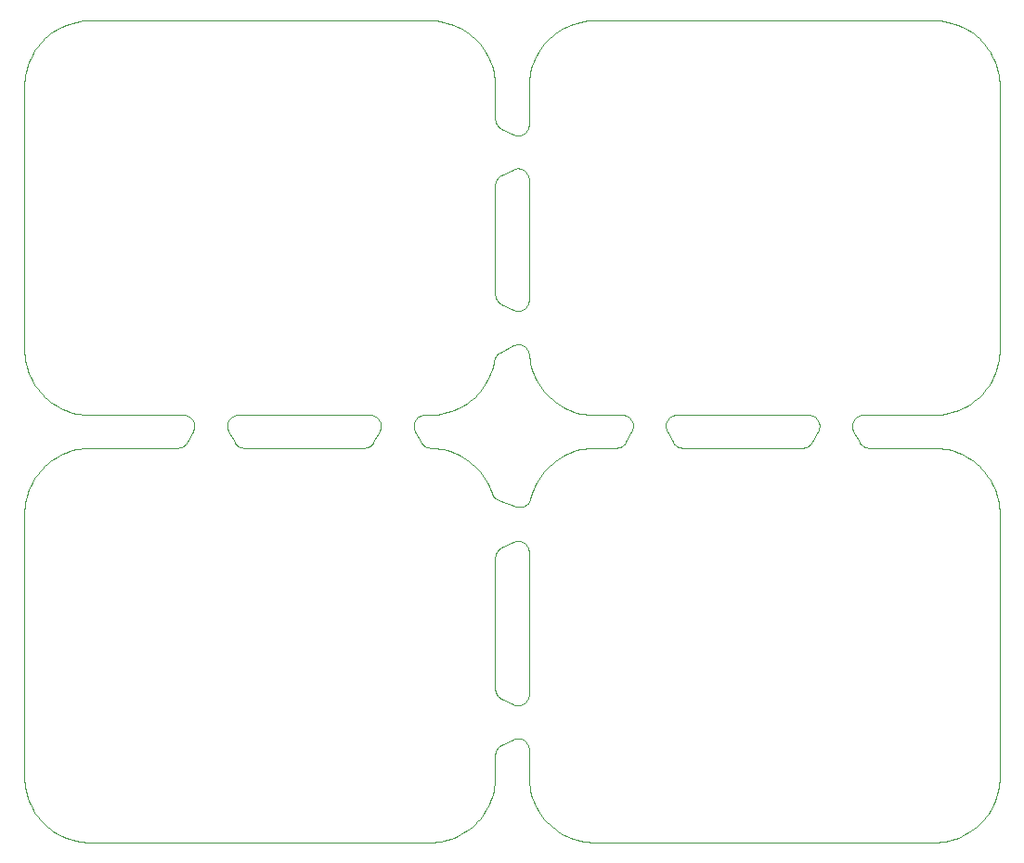
<source format=gko>
%MOIN*%
%OFA0B0*%
%FSLAX36Y36*%
%IPPOS*%
%LPD*%
%ADD10C,0*%
D10*
X001218907Y001417322D02*
X001218907Y001417322D01*
X000788966Y001417322D01*
X000786852Y001417379D01*
X000784744Y001417549D01*
X000782649Y001417832D01*
X000780571Y001418228D01*
X000778518Y001418734D01*
X000776495Y001419349D01*
X000774508Y001420073D01*
X000772563Y001420902D01*
X000770665Y001421834D01*
X000768820Y001422867D01*
X000767033Y001423997D01*
X000765309Y001425222D01*
X000763654Y001426538D01*
X000762071Y001427940D01*
X000760566Y001429426D01*
X000759143Y001430990D01*
X000757806Y001432628D01*
X000756559Y001434336D01*
X000755406Y001436108D01*
X000754349Y001437939D01*
X000733021Y001477309D01*
X000731270Y001480981D01*
X000729908Y001484814D01*
X000728949Y001488767D01*
X000728403Y001492798D01*
X000728275Y001496863D01*
X000728568Y001500920D01*
X000729278Y001504926D01*
X000730397Y001508836D01*
X000731914Y001512610D01*
X000733812Y001516208D01*
X000736071Y001519591D01*
X000738667Y001522722D01*
X000741572Y001525569D01*
X000744756Y001528101D01*
X000748184Y001530291D01*
X000751819Y001532115D01*
X000755624Y001533555D01*
X000759556Y001534594D01*
X000763575Y001535222D01*
X000767637Y001535433D01*
X001240236Y001535433D01*
X001244298Y001535222D01*
X001248317Y001534594D01*
X001252249Y001533555D01*
X001256054Y001532115D01*
X001259689Y001530291D01*
X001263117Y001528101D01*
X001266301Y001525569D01*
X001269206Y001522722D01*
X001271802Y001519591D01*
X001274061Y001516208D01*
X001275959Y001512610D01*
X001277476Y001508836D01*
X001278595Y001504926D01*
X001279305Y001500920D01*
X001279598Y001496863D01*
X001279470Y001492798D01*
X001278924Y001488767D01*
X001277965Y001484814D01*
X001276603Y001480981D01*
X001274853Y001477309D01*
X001253524Y001437939D01*
X001252467Y001436108D01*
X001251314Y001434336D01*
X001250067Y001432628D01*
X001248730Y001430990D01*
X001247307Y001429426D01*
X001245802Y001427940D01*
X001244219Y001426538D01*
X001242564Y001425222D01*
X001240840Y001423997D01*
X001239053Y001422867D01*
X001237208Y001421834D01*
X001235310Y001420902D01*
X001233365Y001420073D01*
X001231378Y001419349D01*
X001229355Y001418734D01*
X001227302Y001418228D01*
X001225224Y001417832D01*
X001223129Y001417549D01*
X001221021Y001417379D01*
X001218907Y001417322D01*
X001811023Y001948740D02*
X001811023Y001948740D01*
X001810821Y001944760D01*
X001810218Y001940820D01*
X001809220Y001936962D01*
X001807837Y001933225D01*
X001806083Y001929646D01*
X001803977Y001926263D01*
X001801539Y001923111D01*
X001798795Y001920221D01*
X001795773Y001917623D01*
X001792504Y001915344D01*
X001789021Y001913407D01*
X001785360Y001911833D01*
X001781559Y001910636D01*
X001777656Y001909830D01*
X001773691Y001909422D01*
X001769706Y001909418D01*
X001765741Y001909816D01*
X001761836Y001910613D01*
X001758032Y001911801D01*
X001754368Y001913367D01*
X001712478Y001933837D01*
X001710532Y001934856D01*
X001708645Y001935982D01*
X001706825Y001937212D01*
X001705076Y001938542D01*
X001703403Y001939966D01*
X001701813Y001941482D01*
X001700310Y001943085D01*
X001698898Y001944769D01*
X001697583Y001946528D01*
X001696368Y001948359D01*
X001695257Y001950254D01*
X001694253Y001952209D01*
X001693360Y001954216D01*
X001692580Y001956270D01*
X001691916Y001958365D01*
X001691370Y001960493D01*
X001690944Y001962648D01*
X001690638Y001964824D01*
X001690455Y001967013D01*
X001690393Y001969209D01*
X001690393Y002361498D01*
X001690455Y002363695D01*
X001690638Y002365884D01*
X001690944Y002368060D01*
X001691370Y002370215D01*
X001691916Y002372343D01*
X001692580Y002374437D01*
X001693360Y002376492D01*
X001694253Y002378499D01*
X001695257Y002380453D01*
X001696368Y002382349D01*
X001697583Y002384179D01*
X001698898Y002385939D01*
X001700310Y002387623D01*
X001701813Y002389225D01*
X001703403Y002390741D01*
X001705076Y002392166D01*
X001706825Y002393496D01*
X001708645Y002394725D01*
X001710532Y002395852D01*
X001712478Y002396871D01*
X001754368Y002417341D01*
X001758032Y002418907D01*
X001761836Y002420095D01*
X001765741Y002420892D01*
X001769706Y002421290D01*
X001773691Y002421285D01*
X001777656Y002420878D01*
X001781559Y002420072D01*
X001785360Y002418875D01*
X001789021Y002417300D01*
X001792504Y002415364D01*
X001795773Y002413085D01*
X001798795Y002410487D01*
X001801539Y002407597D01*
X001803977Y002404444D01*
X001806083Y002401061D01*
X001807837Y002397483D01*
X001809220Y002393746D01*
X001810218Y002389887D01*
X001810821Y002385948D01*
X001811023Y002381968D01*
X001811023Y001948740D01*
X001690393Y001022916D02*
X001690393Y001022916D01*
X001690455Y001025112D01*
X001690638Y001027301D01*
X001690944Y001029477D01*
X001691370Y001031632D01*
X001691916Y001033760D01*
X001692580Y001035855D01*
X001693360Y001037909D01*
X001694253Y001039916D01*
X001695257Y001041871D01*
X001696368Y001043766D01*
X001697583Y001045597D01*
X001698898Y001047356D01*
X001700310Y001049040D01*
X001701813Y001050643D01*
X001703403Y001052159D01*
X001705076Y001053583D01*
X001706825Y001054913D01*
X001708645Y001056143D01*
X001710532Y001057269D01*
X001712478Y001058288D01*
X001754368Y001078758D01*
X001758032Y001080324D01*
X001761836Y001081512D01*
X001765741Y001082309D01*
X001769706Y001082707D01*
X001773691Y001082703D01*
X001777656Y001082295D01*
X001781559Y001081489D01*
X001785360Y001080292D01*
X001789021Y001078718D01*
X001792504Y001076781D01*
X001795773Y001074502D01*
X001798795Y001071904D01*
X001801539Y001069014D01*
X001803977Y001065862D01*
X001806083Y001062479D01*
X001807837Y001058900D01*
X001809220Y001055163D01*
X001810218Y001051305D01*
X001810821Y001047365D01*
X001811023Y001043385D01*
X001811023Y000531417D01*
X001810821Y000527437D01*
X001810218Y000523497D01*
X001809220Y000519639D01*
X001807837Y000515902D01*
X001806083Y000512323D01*
X001803977Y000508941D01*
X001801539Y000505788D01*
X001798795Y000502898D01*
X001795773Y000500300D01*
X001792504Y000498021D01*
X001789021Y000496085D01*
X001785360Y000494510D01*
X001781559Y000493313D01*
X001777656Y000492507D01*
X001773691Y000492100D01*
X001769706Y000492095D01*
X001765741Y000492493D01*
X001761836Y000493290D01*
X001758032Y000494478D01*
X001754368Y000496044D01*
X001712478Y000516514D01*
X001710532Y000517533D01*
X001708645Y000518659D01*
X001706825Y000519889D01*
X001705076Y000521219D01*
X001703403Y000522644D01*
X001701813Y000524160D01*
X001700310Y000525762D01*
X001698898Y000527446D01*
X001697583Y000529206D01*
X001696368Y000531036D01*
X001695257Y000532931D01*
X001694253Y000534886D01*
X001693360Y000536893D01*
X001692580Y000538947D01*
X001691916Y000541042D01*
X001691370Y000543170D01*
X001690944Y000545325D01*
X001690638Y000547501D01*
X001690455Y000549690D01*
X001690393Y000551887D01*
X001690393Y001022916D01*
X001817257Y001234745D02*
X001817257Y001234745D01*
X001816329Y001231582D01*
X001815139Y001228508D01*
X001813696Y001225545D01*
X001812010Y001222712D01*
X001810093Y001220031D01*
X001807958Y001217519D01*
X001805621Y001215194D01*
X001803098Y001213074D01*
X001800406Y001211171D01*
X001797564Y001209501D01*
X001794593Y001208074D01*
X001791513Y001206901D01*
X001788345Y001205989D01*
X001785112Y001205346D01*
X001781837Y001204975D01*
X001778542Y001204880D01*
X001775251Y001205061D01*
X001771986Y001205516D01*
X001768771Y001206243D01*
X001765628Y001207236D01*
X001702533Y001230119D01*
X001700836Y001230779D01*
X001699172Y001231517D01*
X001697543Y001232331D01*
X001695954Y001233220D01*
X001694408Y001234181D01*
X001692908Y001235212D01*
X001691457Y001236312D01*
X001690058Y001237477D01*
X001688715Y001238706D01*
X001687430Y001239996D01*
X001686206Y001241344D01*
X001685046Y001242747D01*
X001683951Y001244202D01*
X001682926Y001245706D01*
X001681970Y001247256D01*
X001681088Y001248848D01*
X001680280Y001250480D01*
X001679548Y001252147D01*
X001678895Y001253846D01*
X001678320Y001255574D01*
X001678027Y001256527D01*
X001673616Y001268536D01*
X001668561Y001280288D01*
X001662876Y001291750D01*
X001656580Y001302887D01*
X001649690Y001313666D01*
X001642226Y001324057D01*
X001634211Y001334028D01*
X001625668Y001343551D01*
X001616621Y001352597D01*
X001607098Y001361140D01*
X001597127Y001369155D01*
X001586736Y001376619D01*
X001575957Y001383509D01*
X001564820Y001389806D01*
X001553359Y001395490D01*
X001541607Y001400546D01*
X001529598Y001404957D01*
X001517368Y001408712D01*
X001504953Y001411800D01*
X001492389Y001414211D01*
X001479712Y001415938D01*
X001466961Y001416976D01*
X001458221Y001417213D01*
X001456199Y001417320D01*
X001454185Y001417530D01*
X001452185Y001417844D01*
X001450204Y001418260D01*
X001448246Y001418778D01*
X001446318Y001419395D01*
X001444424Y001420111D01*
X001442570Y001420923D01*
X001440759Y001421830D01*
X001438998Y001422828D01*
X001437290Y001423916D01*
X001435641Y001425090D01*
X001434054Y001426347D01*
X001432533Y001427684D01*
X001431084Y001429097D01*
X001429709Y001430584D01*
X001428412Y001432139D01*
X001427197Y001433758D01*
X001426067Y001435438D01*
X001425024Y001437174D01*
X001402667Y001476668D01*
X001400834Y001480340D01*
X001399394Y001484183D01*
X001398361Y001488155D01*
X001397747Y001492213D01*
X001397559Y001496313D01*
X001397799Y001500410D01*
X001398465Y001504460D01*
X001399548Y001508419D01*
X001401037Y001512243D01*
X001402917Y001515892D01*
X001405166Y001519325D01*
X001407761Y001522505D01*
X001410672Y001525398D01*
X001413869Y001527972D01*
X001417316Y001530200D01*
X001420976Y001532056D01*
X001424810Y001533521D01*
X001428776Y001534579D01*
X001432830Y001535219D01*
X001436929Y001535433D01*
X001456692Y001535433D01*
X001469390Y001535924D01*
X001482043Y001537083D01*
X001494616Y001538921D01*
X001507072Y001541432D01*
X001519375Y001544610D01*
X001531489Y001548444D01*
X001543379Y001552925D01*
X001555012Y001558038D01*
X001566352Y001563769D01*
X001577368Y001570102D01*
X001588028Y001577018D01*
X001598300Y001584497D01*
X001608155Y001592518D01*
X001617565Y001601057D01*
X001626502Y001610090D01*
X001634940Y001619590D01*
X001642855Y001629530D01*
X001650224Y001639881D01*
X001657026Y001650614D01*
X001663241Y001661697D01*
X001668851Y001673098D01*
X001673840Y001684784D01*
X001678194Y001696722D01*
X001681899Y001708876D01*
X001684945Y001721212D01*
X001687147Y001732772D01*
X001687521Y001734517D01*
X001687973Y001736243D01*
X001688503Y001737946D01*
X001689110Y001739624D01*
X001689792Y001741273D01*
X001690548Y001742889D01*
X001691377Y001744470D01*
X001692276Y001746011D01*
X001693244Y001747510D01*
X001694279Y001748963D01*
X001695379Y001750368D01*
X001696542Y001751722D01*
X001697764Y001753021D01*
X001699044Y001754264D01*
X001700380Y001755448D01*
X001701767Y001756570D01*
X001703204Y001757628D01*
X001704687Y001758620D01*
X001706214Y001759543D01*
X001707781Y001760396D01*
X001754588Y001784527D01*
X001758109Y001786129D01*
X001761769Y001787377D01*
X001765535Y001788260D01*
X001769369Y001788769D01*
X001773234Y001788899D01*
X001777094Y001788650D01*
X001780910Y001788023D01*
X001784647Y001787025D01*
X001788267Y001785665D01*
X001791737Y001783956D01*
X001795022Y001781915D01*
X001798091Y001779561D01*
X001800915Y001776918D01*
X001803465Y001774011D01*
X001805718Y001770867D01*
X001807651Y001767517D01*
X001809247Y001763994D01*
X001810489Y001760332D01*
X001811366Y001756565D01*
X001811869Y001752730D01*
X001812408Y001746113D01*
X001814135Y001733437D01*
X001816546Y001720873D01*
X001819633Y001708457D01*
X001823388Y001696228D01*
X001827800Y001684219D01*
X001832855Y001672467D01*
X001838540Y001661005D01*
X001844836Y001649869D01*
X001851726Y001639089D01*
X001859190Y001628699D01*
X001867205Y001618727D01*
X001875748Y001609205D01*
X001884795Y001600158D01*
X001894318Y001591615D01*
X001904289Y001583600D01*
X001914679Y001576136D01*
X001925459Y001569246D01*
X001936596Y001562949D01*
X001948057Y001557265D01*
X001959809Y001552210D01*
X001971818Y001547798D01*
X001984048Y001544043D01*
X001996463Y001540955D01*
X002009027Y001538545D01*
X002021703Y001536818D01*
X002034455Y001535779D01*
X002047244Y001535433D01*
X002145748Y001535433D01*
X002149810Y001535222D01*
X002153829Y001534594D01*
X002157761Y001533555D01*
X002161565Y001532115D01*
X002165201Y001530291D01*
X002168629Y001528101D01*
X002171812Y001525569D01*
X002174718Y001522722D01*
X002177314Y001519591D01*
X002179573Y001516208D01*
X002181471Y001512610D01*
X002182988Y001508836D01*
X002184107Y001504926D01*
X002184817Y001500920D01*
X002185109Y001496863D01*
X002184982Y001492798D01*
X002184436Y001488767D01*
X002183477Y001484814D01*
X002182115Y001480981D01*
X002180364Y001477309D01*
X002159036Y001437939D01*
X002157979Y001436108D01*
X002156826Y001434336D01*
X002155579Y001432628D01*
X002154242Y001430990D01*
X002152819Y001429426D01*
X002151314Y001427940D01*
X002149731Y001426538D01*
X002148076Y001425222D01*
X002146352Y001423997D01*
X002144565Y001422867D01*
X002142720Y001421834D01*
X002140822Y001420902D01*
X002138877Y001420073D01*
X002136890Y001419349D01*
X002134867Y001418734D01*
X002132814Y001418228D01*
X002130736Y001417832D01*
X002128641Y001417549D01*
X002126533Y001417379D01*
X002124419Y001417322D01*
X002047244Y001417322D01*
X002034455Y001416976D01*
X002021703Y001415938D01*
X002009027Y001414211D01*
X001996463Y001411800D01*
X001984048Y001408712D01*
X001971818Y001404957D01*
X001959809Y001400546D01*
X001948057Y001395490D01*
X001936596Y001389806D01*
X001925459Y001383509D01*
X001914679Y001376619D01*
X001904289Y001369155D01*
X001894318Y001361140D01*
X001884795Y001352597D01*
X001875748Y001343551D01*
X001867205Y001334028D01*
X001859190Y001324057D01*
X001851726Y001313666D01*
X001844836Y001302887D01*
X001838540Y001291750D01*
X001832855Y001280288D01*
X001827800Y001268536D01*
X001823388Y001256527D01*
X001819633Y001244298D01*
X001817257Y001234745D01*
X002815039Y001535433D02*
X002815039Y001535433D01*
X002819101Y001535222D01*
X002823120Y001534594D01*
X002827052Y001533555D01*
X002830857Y001532115D01*
X002834492Y001530291D01*
X002837920Y001528101D01*
X002841104Y001525569D01*
X002844009Y001522722D01*
X002846605Y001519591D01*
X002848864Y001516208D01*
X002850762Y001512610D01*
X002852279Y001508836D01*
X002853398Y001504926D01*
X002854108Y001500920D01*
X002854401Y001496863D01*
X002854273Y001492798D01*
X002853727Y001488767D01*
X002852768Y001484814D01*
X002851406Y001480981D01*
X002849656Y001477309D01*
X002828327Y001437939D01*
X002827271Y001436108D01*
X002826117Y001434336D01*
X002824870Y001432628D01*
X002823533Y001430990D01*
X002822110Y001429426D01*
X002820605Y001427940D01*
X002819023Y001426538D01*
X002817367Y001425222D01*
X002815643Y001423997D01*
X002813856Y001422867D01*
X002812011Y001421834D01*
X002810113Y001420902D01*
X002808168Y001420073D01*
X002806181Y001419349D01*
X002804158Y001418734D01*
X002802105Y001418228D01*
X002800028Y001417832D01*
X002797932Y001417549D01*
X002795824Y001417379D01*
X002793711Y001417322D01*
X002363769Y001417322D01*
X002361655Y001417379D01*
X002359547Y001417549D01*
X002357452Y001417832D01*
X002355374Y001418228D01*
X002353321Y001418734D01*
X002351298Y001419349D01*
X002349311Y001420073D01*
X002347366Y001420902D01*
X002345468Y001421834D01*
X002343623Y001422867D01*
X002341836Y001423997D01*
X002340112Y001425222D01*
X002338457Y001426538D01*
X002336874Y001427940D01*
X002335369Y001429426D01*
X002333946Y001430990D01*
X002332609Y001432628D01*
X002331362Y001434336D01*
X002330209Y001436108D01*
X002329152Y001437939D01*
X002307824Y001477309D01*
X002306073Y001480981D01*
X002304711Y001484814D01*
X002303752Y001488767D01*
X002303206Y001492798D01*
X002303078Y001496863D01*
X002303371Y001500920D01*
X002304081Y001504926D01*
X002305200Y001508836D01*
X002306717Y001512610D01*
X002308615Y001516208D01*
X002310874Y001519591D01*
X002313470Y001522722D01*
X002316376Y001525569D01*
X002319559Y001528101D01*
X002322987Y001530291D01*
X002326622Y001532115D01*
X002330427Y001533555D01*
X002334359Y001534594D01*
X002338378Y001535222D01*
X002342440Y001535433D01*
X002815039Y001535433D01*
X000570944Y001535433D02*
X000570944Y001535433D01*
X000575007Y001535222D01*
X000579025Y001534594D01*
X000582958Y001533555D01*
X000586762Y001532115D01*
X000590398Y001530291D01*
X000593826Y001528101D01*
X000597009Y001525569D01*
X000599915Y001522722D01*
X000602511Y001519591D01*
X000604770Y001516208D01*
X000606668Y001512610D01*
X000608185Y001508836D01*
X000609304Y001504926D01*
X000610014Y001500920D01*
X000610306Y001496863D01*
X000610179Y001492798D01*
X000609633Y001488767D01*
X000608673Y001484814D01*
X000607311Y001480981D01*
X000605561Y001477309D01*
X000584233Y001437939D01*
X000583176Y001436108D01*
X000582023Y001434336D01*
X000580775Y001432628D01*
X000579438Y001430990D01*
X000578015Y001429426D01*
X000576511Y001427940D01*
X000574928Y001426538D01*
X000573273Y001425222D01*
X000571549Y001423997D01*
X000569762Y001422867D01*
X000567917Y001421834D01*
X000566019Y001420902D01*
X000564073Y001420073D01*
X000562086Y001419349D01*
X000560063Y001418734D01*
X000558010Y001418228D01*
X000555933Y001417832D01*
X000553838Y001417549D01*
X000551730Y001417379D01*
X000549616Y001417322D01*
X000236220Y001417322D01*
X000223431Y001416976D01*
X000210680Y001415938D01*
X000198003Y001414211D01*
X000185439Y001411800D01*
X000173024Y001408712D01*
X000160794Y001404957D01*
X000148786Y001400546D01*
X000137033Y001395490D01*
X000125572Y001389806D01*
X000114435Y001383509D01*
X000103656Y001376619D01*
X000093265Y001369155D01*
X000083294Y001361140D01*
X000073771Y001352597D01*
X000064725Y001343551D01*
X000056181Y001334028D01*
X000048166Y001324057D01*
X000040703Y001313666D01*
X000033812Y001302887D01*
X000027516Y001291750D01*
X000021832Y001280288D01*
X000016776Y001268536D01*
X000012365Y001256527D01*
X000008610Y001244298D01*
X000005522Y001231883D01*
X000003111Y001219318D01*
X000001384Y001206642D01*
X000000346Y001193891D01*
X000000000Y001181102D01*
X000000000Y000236220D01*
X000000346Y000223431D01*
X000001384Y000210680D01*
X000003111Y000198004D01*
X000005522Y000185440D01*
X000008610Y000173024D01*
X000012365Y000160795D01*
X000016776Y000148786D01*
X000021832Y000137034D01*
X000027516Y000125572D01*
X000033812Y000114436D01*
X000040703Y000103656D01*
X000048166Y000093266D01*
X000056181Y000083294D01*
X000064725Y000073772D01*
X000073771Y000064725D01*
X000083294Y000056182D01*
X000093265Y000048167D01*
X000103656Y000040703D01*
X000114435Y000033813D01*
X000125572Y000027516D01*
X000137033Y000021832D01*
X000148786Y000016777D01*
X000160794Y000012365D01*
X000173024Y000008610D01*
X000185439Y000005522D01*
X000198003Y000003112D01*
X000210680Y000001385D01*
X000223431Y000000346D01*
X000236220Y000000000D01*
X001456692Y000000000D01*
X001469390Y000000490D01*
X001482043Y000001649D01*
X001494616Y000003488D01*
X001507072Y000005999D01*
X001519375Y000009177D01*
X001531489Y000013011D01*
X001543379Y000017492D01*
X001555012Y000022605D01*
X001566352Y000028336D01*
X001577368Y000034669D01*
X001588028Y000041585D01*
X001598300Y000049064D01*
X001608155Y000057085D01*
X001617565Y000065624D01*
X001626502Y000074657D01*
X001634940Y000084157D01*
X001642855Y000094097D01*
X001650224Y000104448D01*
X001657026Y000115181D01*
X001663241Y000126264D01*
X001668851Y000137665D01*
X001673840Y000149351D01*
X001678194Y000161289D01*
X001681899Y000173443D01*
X001684945Y000185779D01*
X001687323Y000198261D01*
X001689027Y000210853D01*
X001690051Y000223518D01*
X001690393Y000236220D01*
X001690393Y000314254D01*
X001690455Y000316450D01*
X001690638Y000318640D01*
X001690944Y000320816D01*
X001691370Y000322971D01*
X001691916Y000325099D01*
X001692580Y000327193D01*
X001693360Y000329247D01*
X001694253Y000331255D01*
X001695257Y000333209D01*
X001696368Y000335105D01*
X001697583Y000336935D01*
X001698898Y000338695D01*
X001700310Y000340379D01*
X001701813Y000341981D01*
X001703403Y000343497D01*
X001705076Y000344922D01*
X001706825Y000346251D01*
X001708645Y000347481D01*
X001710532Y000348608D01*
X001712478Y000349627D01*
X001754368Y000370097D01*
X001758032Y000371663D01*
X001761836Y000372851D01*
X001765741Y000373648D01*
X001769706Y000374046D01*
X001773691Y000374041D01*
X001777656Y000373634D01*
X001781559Y000372828D01*
X001785360Y000371631D01*
X001789021Y000370056D01*
X001792504Y000368119D01*
X001795773Y000365841D01*
X001798795Y000363243D01*
X001801539Y000360353D01*
X001803977Y000357200D01*
X001806083Y000353817D01*
X001807837Y000350239D01*
X001809220Y000346501D01*
X001810218Y000342643D01*
X001810821Y000338704D01*
X001811023Y000334724D01*
X001811023Y000236220D01*
X001811369Y000223431D01*
X001812408Y000210680D01*
X001814135Y000198004D01*
X001816546Y000185440D01*
X001819633Y000173024D01*
X001823388Y000160795D01*
X001827800Y000148786D01*
X001832855Y000137034D01*
X001838540Y000125572D01*
X001844836Y000114436D01*
X001851726Y000103656D01*
X001859190Y000093266D01*
X001867205Y000083294D01*
X001875748Y000073772D01*
X001884795Y000064725D01*
X001894318Y000056182D01*
X001904289Y000048167D01*
X001914679Y000040703D01*
X001925459Y000033813D01*
X001936596Y000027516D01*
X001948057Y000021832D01*
X001959809Y000016777D01*
X001971818Y000012365D01*
X001984048Y000008610D01*
X001996463Y000005522D01*
X002009027Y000003112D01*
X002021703Y000001385D01*
X002034455Y000000346D01*
X002047244Y000000000D01*
X003267716Y000000000D01*
X003280413Y000000490D01*
X003293067Y000001649D01*
X003305640Y000003488D01*
X003318096Y000005999D01*
X003330398Y000009177D01*
X003342512Y000013011D01*
X003354403Y000017492D01*
X003366035Y000022605D01*
X003377376Y000028336D01*
X003388392Y000034669D01*
X003399051Y000041585D01*
X003409324Y000049064D01*
X003419179Y000057085D01*
X003428588Y000065624D01*
X003437525Y000074657D01*
X003445964Y000084157D01*
X003453879Y000094097D01*
X003461248Y000104448D01*
X003468050Y000115181D01*
X003474265Y000126264D01*
X003479875Y000137665D01*
X003484864Y000149351D01*
X003489217Y000161289D01*
X003492922Y000173443D01*
X003495968Y000185779D01*
X003498347Y000198261D01*
X003500051Y000210853D01*
X003501075Y000223518D01*
X003501417Y000236220D01*
X003501417Y001181102D01*
X003501070Y001193891D01*
X003500032Y001206642D01*
X003498305Y001219318D01*
X003495894Y001231883D01*
X003492806Y001244298D01*
X003489051Y001256527D01*
X003484640Y001268536D01*
X003479584Y001280288D01*
X003473900Y001291750D01*
X003467603Y001302887D01*
X003460713Y001313666D01*
X003453250Y001324057D01*
X003445234Y001334028D01*
X003436691Y001343551D01*
X003427645Y001352597D01*
X003418122Y001361140D01*
X003408151Y001369155D01*
X003397760Y001376619D01*
X003386981Y001383509D01*
X003375844Y001389806D01*
X003364383Y001395490D01*
X003352630Y001400546D01*
X003340622Y001404957D01*
X003328392Y001408712D01*
X003315977Y001411800D01*
X003303412Y001414211D01*
X003290736Y001415938D01*
X003277985Y001416976D01*
X003265196Y001417322D01*
X003033060Y001417322D01*
X003030946Y001417379D01*
X003028839Y001417549D01*
X003026743Y001417832D01*
X003024666Y001418228D01*
X003022613Y001418734D01*
X003020590Y001419349D01*
X003018603Y001420073D01*
X003016658Y001420902D01*
X003014760Y001421834D01*
X003012914Y001422867D01*
X003011127Y001423997D01*
X003009404Y001425222D01*
X003007748Y001426538D01*
X003006166Y001427940D01*
X003004661Y001429426D01*
X003003238Y001430990D01*
X003001901Y001432628D01*
X003000654Y001434336D01*
X002999500Y001436108D01*
X002998443Y001437939D01*
X002977115Y001477309D01*
X002975365Y001480981D01*
X002974003Y001484814D01*
X002973044Y001488767D01*
X002972497Y001492798D01*
X002972370Y001496863D01*
X002972663Y001500920D01*
X002973372Y001504926D01*
X002974492Y001508836D01*
X002976008Y001512610D01*
X002977906Y001516208D01*
X002980165Y001519591D01*
X002982762Y001522722D01*
X002985667Y001525569D01*
X002988851Y001528101D01*
X002992278Y001530291D01*
X002995914Y001532115D01*
X002999718Y001533555D01*
X003003651Y001534594D01*
X003007670Y001535222D01*
X003011732Y001535433D01*
X003267716Y001535433D01*
X003280413Y001535924D01*
X003293067Y001537083D01*
X003305640Y001538921D01*
X003318096Y001541432D01*
X003330398Y001544610D01*
X003342512Y001548444D01*
X003354403Y001552925D01*
X003366035Y001558038D01*
X003377376Y001563769D01*
X003388392Y001570102D01*
X003399051Y001577018D01*
X003409324Y001584497D01*
X003419179Y001592518D01*
X003428588Y001601057D01*
X003437525Y001610090D01*
X003445964Y001619590D01*
X003453879Y001629530D01*
X003461248Y001639881D01*
X003468050Y001650614D01*
X003474265Y001661697D01*
X003479875Y001673098D01*
X003484864Y001684784D01*
X003489217Y001696722D01*
X003492922Y001708876D01*
X003495968Y001721212D01*
X003498347Y001733694D01*
X003500051Y001746286D01*
X003501075Y001758951D01*
X003501417Y001771653D01*
X003501417Y002716535D01*
X003501070Y002729324D01*
X003500032Y002742075D01*
X003498305Y002754751D01*
X003495894Y002767316D01*
X003492806Y002779731D01*
X003489051Y002791961D01*
X003484640Y002803969D01*
X003479584Y002815722D01*
X003473900Y002827183D01*
X003467603Y002838320D01*
X003460713Y002849099D01*
X003453250Y002859490D01*
X003445234Y002869461D01*
X003436691Y002878984D01*
X003427645Y002888030D01*
X003418122Y002896574D01*
X003408151Y002904588D01*
X003397760Y002912052D01*
X003386981Y002918942D01*
X003375844Y002925239D01*
X003364383Y002930923D01*
X003352630Y002935979D01*
X003340622Y002940390D01*
X003328392Y002944145D01*
X003315977Y002947233D01*
X003303412Y002949644D01*
X003290736Y002951371D01*
X003277985Y002952409D01*
X003265196Y002952755D01*
X002047244Y002952755D01*
X002034455Y002952409D01*
X002021703Y002951371D01*
X002009027Y002949644D01*
X001996463Y002947233D01*
X001984048Y002944145D01*
X001971818Y002940390D01*
X001959809Y002935979D01*
X001948057Y002930923D01*
X001936596Y002925239D01*
X001925459Y002918942D01*
X001914679Y002912052D01*
X001904289Y002904588D01*
X001894318Y002896574D01*
X001884795Y002888030D01*
X001875748Y002878984D01*
X001867205Y002869461D01*
X001859190Y002859490D01*
X001851726Y002849099D01*
X001844836Y002838320D01*
X001838540Y002827183D01*
X001832855Y002815722D01*
X001827800Y002803969D01*
X001823388Y002791961D01*
X001819633Y002779731D01*
X001816546Y002767316D01*
X001814135Y002754751D01*
X001812408Y002742075D01*
X001811369Y002729324D01*
X001811023Y002716535D01*
X001811023Y002578661D01*
X001810821Y002574681D01*
X001810218Y002570742D01*
X001809220Y002566883D01*
X001807837Y002563146D01*
X001806083Y002559567D01*
X001803977Y002556185D01*
X001801539Y002553032D01*
X001798795Y002550142D01*
X001795773Y002547544D01*
X001792504Y002545265D01*
X001789021Y002543329D01*
X001785360Y002541754D01*
X001781559Y002540557D01*
X001777656Y002539751D01*
X001773691Y002539344D01*
X001769706Y002539339D01*
X001765741Y002539737D01*
X001761836Y002540534D01*
X001758032Y002541722D01*
X001754368Y002543288D01*
X001712478Y002563758D01*
X001710532Y002564777D01*
X001708645Y002565904D01*
X001706825Y002567133D01*
X001705076Y002568463D01*
X001703403Y002569888D01*
X001701813Y002571404D01*
X001700310Y002573006D01*
X001698898Y002574690D01*
X001697583Y002576450D01*
X001696368Y002578280D01*
X001695257Y002580176D01*
X001694253Y002582130D01*
X001693360Y002584137D01*
X001692580Y002586191D01*
X001691916Y002588286D01*
X001691370Y002590414D01*
X001690944Y002592569D01*
X001690638Y002594745D01*
X001690455Y002596934D01*
X001690393Y002599131D01*
X001690393Y002716535D01*
X001690047Y002729324D01*
X001689008Y002742075D01*
X001687281Y002754751D01*
X001684870Y002767316D01*
X001681783Y002779731D01*
X001678027Y002791961D01*
X001673616Y002803969D01*
X001668561Y002815722D01*
X001662876Y002827183D01*
X001656580Y002838320D01*
X001649690Y002849099D01*
X001642226Y002859490D01*
X001634211Y002869461D01*
X001625668Y002878984D01*
X001616621Y002888030D01*
X001607098Y002896574D01*
X001597127Y002904588D01*
X001586736Y002912052D01*
X001575957Y002918942D01*
X001564820Y002925239D01*
X001553359Y002930923D01*
X001541607Y002935979D01*
X001529598Y002940390D01*
X001517368Y002944145D01*
X001504953Y002947233D01*
X001492389Y002949644D01*
X001479712Y002951371D01*
X001466961Y002952409D01*
X001454173Y002952755D01*
X000236220Y002952755D01*
X000223431Y002952409D01*
X000210680Y002951371D01*
X000198003Y002949644D01*
X000185439Y002947233D01*
X000173024Y002944145D01*
X000160794Y002940390D01*
X000148786Y002935979D01*
X000137033Y002930923D01*
X000125572Y002925239D01*
X000114435Y002918942D01*
X000103656Y002912052D01*
X000093265Y002904588D01*
X000083294Y002896574D01*
X000073771Y002888030D01*
X000064725Y002878984D01*
X000056181Y002869461D01*
X000048166Y002859490D01*
X000040703Y002849099D01*
X000033812Y002838320D01*
X000027516Y002827183D01*
X000021832Y002815722D01*
X000016776Y002803969D01*
X000012365Y002791961D01*
X000008610Y002779731D01*
X000005522Y002767316D01*
X000003111Y002754751D01*
X000001384Y002742075D01*
X000000346Y002729324D01*
X000000000Y002716535D01*
X000000000Y001771653D01*
X000000346Y001758864D01*
X000001384Y001746113D01*
X000003111Y001733437D01*
X000005522Y001720873D01*
X000008610Y001708457D01*
X000012365Y001696228D01*
X000016776Y001684219D01*
X000021832Y001672467D01*
X000027516Y001661005D01*
X000033812Y001649869D01*
X000040703Y001639089D01*
X000048166Y001628699D01*
X000056181Y001618727D01*
X000064725Y001609205D01*
X000073771Y001600158D01*
X000083294Y001591615D01*
X000093265Y001583600D01*
X000103656Y001576136D01*
X000114435Y001569246D01*
X000125572Y001562949D01*
X000137033Y001557265D01*
X000148786Y001552210D01*
X000160794Y001547798D01*
X000173024Y001544043D01*
X000185439Y001540955D01*
X000198003Y001538545D01*
X000210680Y001536818D01*
X000223431Y001535779D01*
X000236220Y001535433D01*
X000570944Y001535433D01*
M02*
</source>
